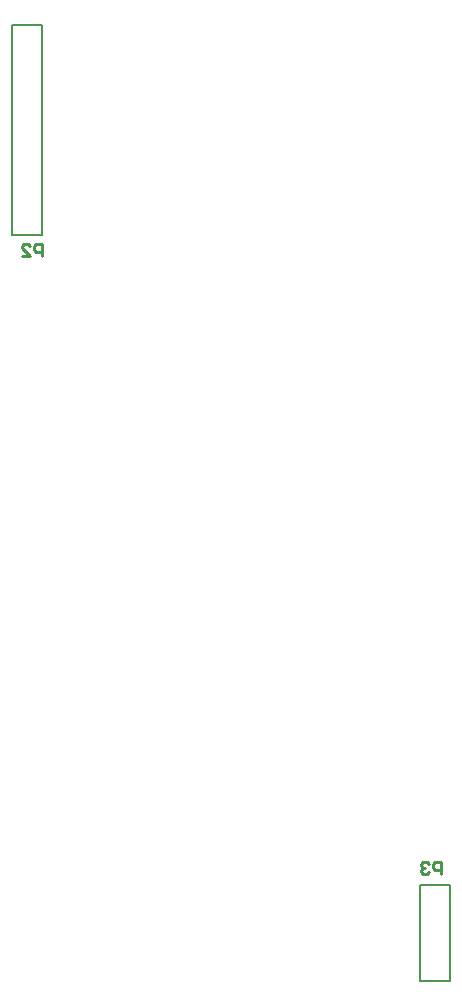
<source format=gbo>
G04*
G04 #@! TF.GenerationSoftware,Altium Limited,Altium Designer,19.1.8 (144)*
G04*
G04 Layer_Color=32896*
%FSLAX25Y25*%
%MOIN*%
G70*
G01*
G75*
%ADD12C,0.01000*%
%ADD15C,0.00787*%
D12*
X243000Y182000D02*
Y185999D01*
X241001D01*
X240334Y185332D01*
Y183999D01*
X241001Y183333D01*
X243000D01*
X239001Y185332D02*
X238335Y185999D01*
X237002D01*
X236335Y185332D01*
Y184666D01*
X237002Y183999D01*
X237668D01*
X237002D01*
X236335Y183333D01*
Y182667D01*
X237002Y182000D01*
X238335D01*
X239001Y182667D01*
X110000Y388000D02*
Y391999D01*
X108001D01*
X107334Y391332D01*
Y389999D01*
X108001Y389333D01*
X110000D01*
X103335Y388000D02*
X106001D01*
X103335Y390666D01*
Y391332D01*
X104002Y391999D01*
X105335D01*
X106001Y391332D01*
D15*
X236000Y146500D02*
Y178500D01*
Y146500D02*
X246000D01*
Y178500D01*
X236000D02*
X246000D01*
X100000Y395000D02*
X110000D01*
X100000D02*
Y465000D01*
X110000Y395000D02*
Y465000D01*
X100000D02*
X110000D01*
M02*

</source>
